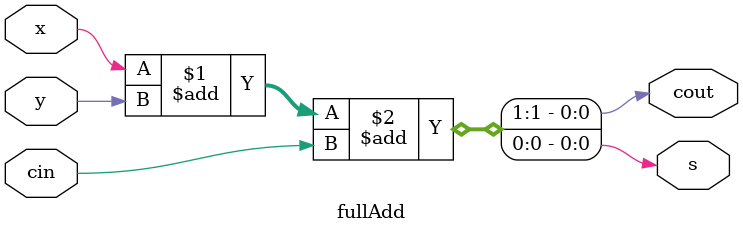
<source format=v>
`timescale 1ns / 1ps


module fullAdd(
    input x,
    input y,
    input cin,
    output s,
    output cout
    );
    
    assign {cout, s} = x + y + cin;
endmodule

</source>
